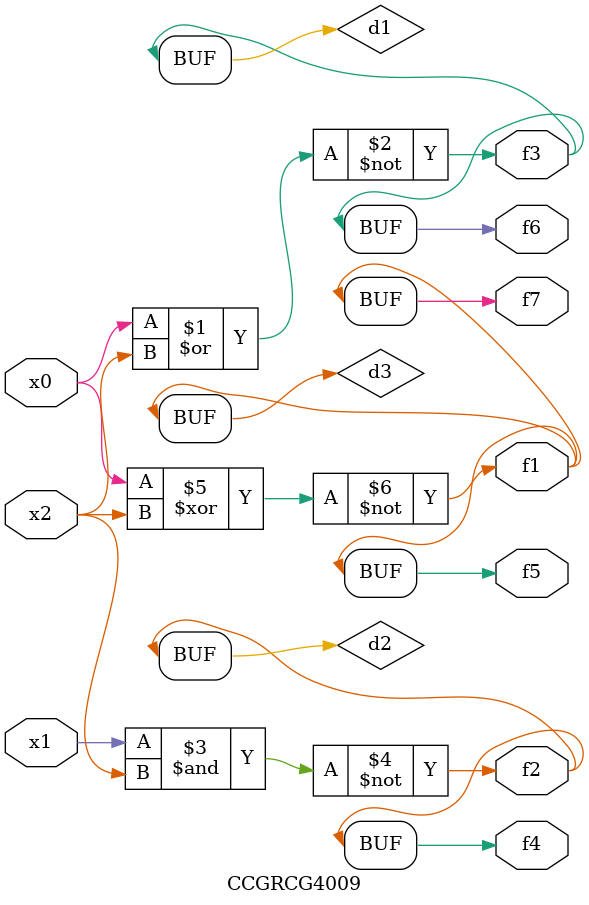
<source format=v>
module CCGRCG4009(
	input x0, x1, x2,
	output f1, f2, f3, f4, f5, f6, f7
);

	wire d1, d2, d3;

	nor (d1, x0, x2);
	nand (d2, x1, x2);
	xnor (d3, x0, x2);
	assign f1 = d3;
	assign f2 = d2;
	assign f3 = d1;
	assign f4 = d2;
	assign f5 = d3;
	assign f6 = d1;
	assign f7 = d3;
endmodule

</source>
